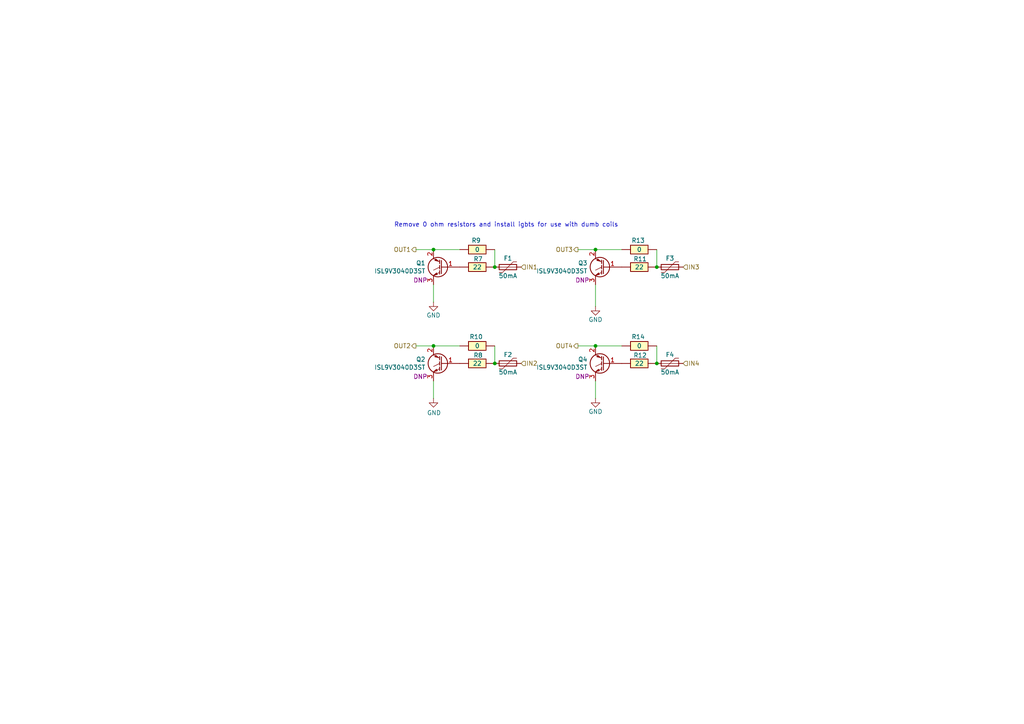
<source format=kicad_sch>
(kicad_sch (version 20231120) (generator "eeschema") (generator_version "8.0")
  (paper "A4")
  (lib_symbols
    (symbol "Device:Polyfuse" (pin_numbers hide) (pin_names (offset 0))
      (property "Reference" "F" (at -2.54 0 90))
      (property "Value" "Polyfuse" (at 2.54 0 90))
      (symbol "Polyfuse_0_1"
        (rectangle (start -0.762 2.54) (end 0.762 -2.54) (stroke (width 0.254)))
        (polyline (pts (xy 0 2.54) (xy 0 -2.54)))
        (polyline (pts (xy -1.524 2.54) (xy -1.524 1.524) (xy 1.524 -1.524) (xy 1.524 -2.54)))
      )
      (symbol "Polyfuse_1_1"
        (pin passive line (at 0 3.81 270) (length 1.27) (name "~") (number "1"))
        (pin passive line (at 0 -3.81 90) (length 1.27) (name "~") (number "2"))
      )
    )
    (symbol "Device:Q_NIGBT_GCE" (pin_names (offset 0) hide)
      (property "Reference" "Q" (at 5.08 1.27 0))
      (property "Value" "Q_NIGBT_GCE" (at 5.08 -1.27 0))
      (symbol "Q_NIGBT_GCE_0_1"
        (polyline (pts (xy 0.762 -1.016) (xy 0.762 -2.032)) (stroke (width 0.254)))
        (polyline (pts (xy 0.762 0.508) (xy 0.762 -0.508)) (stroke (width 0.254)))
        (polyline (pts (xy 0.762 2.032) (xy 0.762 1.016)) (stroke (width 0.254)))
        (polyline (pts (xy 2.54 -2.413) (xy 0.762 -1.524)))
        (polyline (pts (xy 2.54 -0.889) (xy 0.762 0)))
        (polyline (pts (xy 2.54 2.413) (xy 0.762 1.524)))
        (polyline (pts (xy 0.254 1.905) (xy 0.254 -1.905) (xy 0.254 -1.905)) (stroke (width 0.254)))
        (polyline (pts (xy 1.397 -2.159) (xy 1.651 -1.651) (xy 2.54 -2.413) (xy 1.397 -2.159)) (fill (type outline)))
        (polyline (pts (xy 2.159 1.905) (xy 1.905 2.413) (xy 1.016 1.651) (xy 2.159 1.905)) (fill (type outline)))
        (circle (center 1.27 0) (radius 2.8194) (stroke (width 0.254)))
      )
      (symbol "Q_NIGBT_GCE_1_1"
        (pin input line (at -5.08 0 0) (length 5.334) (name "G") (number "1"))
        (pin passive line (at 2.54 5.08 270) (length 2.54) (name "C") (number "2"))
        (pin passive line (at 2.54 -5.08 90) (length 2.54) (name "E") (number "3"))
      )
    )
    (symbol "hellen-one-common:Res" (pin_numbers hide)
      (property "Reference" "R" (at 3.81 2.54 0))
      (property "Value" "Res" (at 5.08 -2.54 0))
      (symbol "Res_1_0"
        (rectangle (start 2.54 -1.27) (end 7.62 1.27) (stroke (width 0.254)) (fill (type background)))
        (pin passive line (at 0 0 0) (length 2.54) (name "") (number "1"))
        (pin passive line (at 10.16 0 180) (length 2.54) (name "") (number "2"))
      )
    )
    (symbol "power:GND" (power) (pin_numbers hide) (pin_names (offset 0) hide)
      (property "Value" "GND" (at 0 -3.81 0))
      (symbol "GND_0_1"
        (polyline (pts (xy 0 0) (xy 0 -1.27) (xy 1.27 -1.27) (xy 0 -2.54) (xy -1.27 -1.27) (xy 0 -1.27)))
      )
      (symbol "GND_1_1"
        (pin power_in line (at 0 0 270) (length 0) (name "~") (number "1"))
      )
    )
  )
  (junction (at 190.5 77.47))
  (junction (at 125.73 72.39))
  (junction (at 125.73 100.33))
  (junction (at 143.51 105.41))
  (junction (at 172.72 100.33))
  (junction (at 172.72 72.39))
  (junction (at 190.5 105.41))
  (junction (at 143.51 77.47))
  (wire (pts (xy 172.72 72.39) (xy 180.34 72.39)))
  (wire (pts (xy 120.65 72.39) (xy 125.73 72.39)))
  (wire (pts (xy 125.73 110.49) (xy 125.73 115.57)))
  (wire (pts (xy 167.64 72.39) (xy 172.72 72.39)))
  (wire (pts (xy 172.72 82.55) (xy 172.72 88.9)))
  (wire (pts (xy 190.5 100.33) (xy 190.5 105.41)))
  (wire (pts (xy 143.51 100.33) (xy 143.51 105.41)))
  (wire (pts (xy 190.5 72.39) (xy 190.5 77.47)))
  (wire (pts (xy 143.51 72.39) (xy 143.51 77.47)))
  (wire (pts (xy 120.65 100.33) (xy 125.73 100.33)))
  (wire (pts (xy 172.72 100.33) (xy 180.34 100.33)))
  (wire (pts (xy 167.64 100.33) (xy 172.72 100.33)))
  (wire (pts (xy 172.72 110.49) (xy 172.72 115.57)))
  (wire (pts (xy 125.73 82.55) (xy 125.73 87.63)))
  (wire (pts (xy 125.73 100.33) (xy 133.35 100.33)))
  (wire (pts (xy 125.73 72.39) (xy 133.35 72.39)))
  (text "Remove 0 ohm resistors and install igbts for use with dumb coils" (at 114.3 66.04 0) (effects (font (size 1.27 1.27)) (justify left bottom)))
  (hierarchical_label "OUT1" (shape output) (at 120.65 72.39 180))
  (hierarchical_label "IN4" (shape input) (at 198.12 105.41 0))
  (hierarchical_label "OUT4" (shape output) (at 167.64 100.33 180))
  (hierarchical_label "IN1" (shape input) (at 151.13 77.47 0))
  (hierarchical_label "IN2" (shape input) (at 151.13 105.41 0))
  (hierarchical_label "OUT2" (shape output) (at 120.65 100.33 180))
  (hierarchical_label "OUT3" (shape output) (at 167.64 72.39 180))
  (hierarchical_label "IN3" (shape input) (at 198.12 77.47 0))
  (symbol (lib_id "Device:Q_NIGBT_GCE") (at 175.26 77.47 0) (mirror y) (unit 1)
    (property "Reference" "Q3" (at 170.4086 76.3016 0) (effects (justify left)))
    (property "Value" "ISL9V3040D3ST" (at 170.4086 78.613 0) (effects (justify left)))
    (property "Footprint" "Package_TO_SOT_SMD:TO-252-2" (effects (hide yes)))
    (property "MyComment" "DNP" (at 168.91 81.28 0))
  )
  (symbol (lib_id "hellen-one-common:Res") (at 180.34 105.41 0) (mirror x) (unit 1)
    (property "Reference" "R12" (at 185.662 103.0618 0))
    (property "Value" "22" (at 185.42 105.41 0))
    (property "Footprint" "hellen-one-common:R0603" (effects (hide yes)))
    (property "LCSC" "C23345" (effects (hide yes)))
  )
  (symbol (lib_id "Device:Polyfuse") (at 147.32 77.47 90) (unit 1)
    (property "Reference" "F1" (at 147.32 74.93 90))
    (property "Value" "50mA" (at 147.32 80.01 90))
    (property "Footprint" "Fuse:Fuse_0603_1608Metric" (effects (hide yes)))
    (property "LCSC" "C369141" (effects (hide yes)))
  )
  (symbol (lib_id "power:GND") (at 172.72 88.9 0) (unit 1)
    (property "Reference" "#PWR8" (effects (hide yes)))
    (property "Value" "GND" (at 172.72 92.71 0))
    (property "Description" "Power symbol creates a global label with name \"GND\" , ground" (effects (hide yes)))
  )
  (symbol (lib_id "power:GND") (at 172.72 115.57 0) (unit 1)
    (property "Reference" "#PWR9" (effects (hide yes)))
    (property "Value" "GND" (at 172.72 119.38 0))
    (property "Description" "Power symbol creates a global label with name \"GND\" , ground" (effects (hide yes)))
  )
  (symbol (lib_id "power:GND") (at 125.73 87.63 0) (unit 1)
    (property "Reference" "#PWR6" (effects (hide yes)))
    (property "Value" "GND" (at 125.73 91.44 0))
    (property "Description" "Power symbol creates a global label with name \"GND\" , ground" (effects (hide yes)))
  )
  (symbol (lib_id "hellen-one-common:Res") (at 143.51 72.39 0) (mirror y) (unit 1)
    (property "Reference" "R9" (at 138.1096 69.7453 0))
    (property "Value" "0" (at 138.43 72.39 0))
    (property "Footprint" "Resistor_SMD:R_2512_6332Metric" (effects (hide yes)))
    (property "LCSC" "C25469" (effects (hide yes)))
  )
  (symbol (lib_id "hellen-one-common:Res") (at 180.34 77.47 0) (mirror x) (unit 1)
    (property "Reference" "R11" (at 185.662 75.1218 0))
    (property "Value" "22" (at 185.42 77.47 0))
    (property "Footprint" "hellen-one-common:R0603" (effects (hide yes)))
    (property "LCSC" "C23345" (effects (hide yes)))
  )
  (symbol (lib_id "hellen-one-common:Res") (at 190.5 100.33 0) (mirror y) (unit 1)
    (property "Reference" "R14" (at 185.0996 97.6853 0))
    (property "Value" "0" (at 185.42 100.33 0))
    (property "Footprint" "Resistor_SMD:R_2512_6332Metric" (effects (hide yes)))
    (property "LCSC" "C25469" (effects (hide yes)))
  )
  (symbol (lib_id "hellen-one-common:Res") (at 143.51 100.33 0) (mirror y) (unit 1)
    (property "Reference" "R10" (at 138.1096 97.6853 0))
    (property "Value" "0" (at 138.43 100.33 0))
    (property "Footprint" "Resistor_SMD:R_2512_6332Metric" (effects (hide yes)))
    (property "LCSC" "C25469" (effects (hide yes)))
  )
  (symbol (lib_id "Device:Q_NIGBT_GCE") (at 128.27 105.41 0) (mirror y) (unit 1)
    (property "Reference" "Q2" (at 123.4186 104.2416 0) (effects (justify left)))
    (property "Value" "ISL9V3040D3ST" (at 123.4186 106.553 0) (effects (justify left)))
    (property "Footprint" "Package_TO_SOT_SMD:TO-252-2" (effects (hide yes)))
    (property "MyComment" "DNP" (at 121.92 109.22 0))
  )
  (symbol (lib_id "hellen-one-common:Res") (at 133.35 77.47 0) (mirror x) (unit 1)
    (property "Reference" "R7" (at 138.672 75.1218 0))
    (property "Value" "22" (at 138.43 77.47 0))
    (property "Footprint" "hellen-one-common:R0603" (effects (hide yes)))
    (property "LCSC" "C23345" (effects (hide yes)))
  )
  (symbol (lib_id "Device:Q_NIGBT_GCE") (at 128.27 77.47 0) (mirror y) (unit 1)
    (property "Reference" "Q1" (at 123.4186 76.3016 0) (effects (justify left)))
    (property "Value" "ISL9V3040D3ST" (at 123.4186 78.613 0) (effects (justify left)))
    (property "Footprint" "Package_TO_SOT_SMD:TO-252-2" (effects (hide yes)))
    (property "MyComment" "DNP" (at 121.92 81.28 0))
  )
  (symbol (lib_id "Device:Polyfuse") (at 194.31 77.47 90) (unit 1)
    (property "Reference" "F3" (at 194.31 74.93 90))
    (property "Value" "50mA" (at 194.31 80.01 90))
    (property "Footprint" "Fuse:Fuse_0603_1608Metric" (effects (hide yes)))
    (property "LCSC" "C369141" (effects (hide yes)))
  )
  (symbol (lib_id "Device:Polyfuse") (at 194.31 105.41 90) (unit 1)
    (property "Reference" "F4" (at 194.31 102.87 90))
    (property "Value" "50mA" (at 194.31 107.95 90))
    (property "Footprint" "Fuse:Fuse_0603_1608Metric" (effects (hide yes)))
    (property "LCSC" "C369141" (effects (hide yes)))
  )
  (symbol (lib_id "Device:Polyfuse") (at 147.32 105.41 90) (unit 1)
    (property "Reference" "F2" (at 147.32 102.87 90))
    (property "Value" "50mA" (at 147.32 107.95 90))
    (property "Footprint" "Fuse:Fuse_0603_1608Metric" (effects (hide yes)))
    (property "LCSC" "C369141" (effects (hide yes)))
  )
  (symbol (lib_id "hellen-one-common:Res") (at 133.35 105.41 0) (mirror x) (unit 1)
    (property "Reference" "R8" (at 138.672 103.0618 0))
    (property "Value" "22" (at 138.43 105.41 0))
    (property "Footprint" "hellen-one-common:R0603" (effects (hide yes)))
    (property "LCSC" "C23345" (effects (hide yes)))
  )
  (symbol (lib_id "power:GND") (at 125.73 115.57 0) (unit 1)
    (property "Reference" "#PWR7" (effects (hide yes)))
    (property "Value" "GND" (at 125.8794 119.741 0))
    (property "Description" "Power symbol creates a global label with name \"GND\" , ground" (effects (hide yes)))
  )
  (symbol (lib_id "Device:Q_NIGBT_GCE") (at 175.26 105.41 0) (mirror y) (unit 1)
    (property "Reference" "Q4" (at 170.4086 104.2416 0) (effects (justify left)))
    (property "Value" "ISL9V3040D3ST" (at 170.4086 106.553 0) (effects (justify left)))
    (property "Footprint" "Package_TO_SOT_SMD:TO-252-2" (effects (hide yes)))
    (property "MyComment" "DNP" (at 168.91 109.22 0))
  )
  (symbol (lib_id "hellen-one-common:Res") (at 190.5 72.39 0) (mirror y) (unit 1)
    (property "Reference" "R13" (at 185.0996 69.7453 0))
    (property "Value" "0" (at 185.42 72.39 0))
    (property "Footprint" "Resistor_SMD:R_2512_6332Metric" (effects (hide yes)))
    (property "LCSC" "C25469" (effects (hide yes)))
  )
)
</source>
